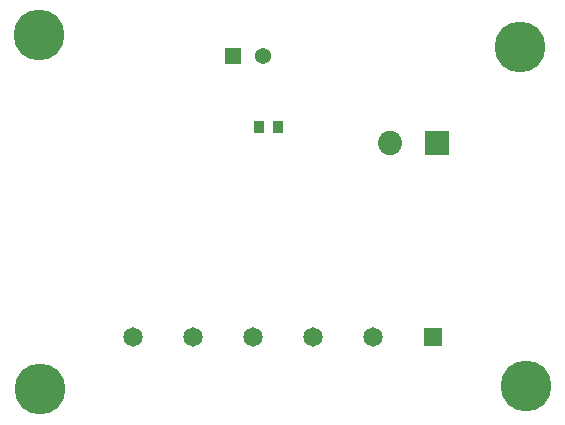
<source format=gbr>
%TF.GenerationSoftware,KiCad,Pcbnew,(6.0.9)*%
%TF.CreationDate,2022-12-05T21:09:52-07:00*%
%TF.ProjectId,Rotisserie-Chicken,526f7469-7373-4657-9269-652d43686963,rev?*%
%TF.SameCoordinates,Original*%
%TF.FileFunction,Soldermask,Top*%
%TF.FilePolarity,Negative*%
%FSLAX46Y46*%
G04 Gerber Fmt 4.6, Leading zero omitted, Abs format (unit mm)*
G04 Created by KiCad (PCBNEW (6.0.9)) date 2022-12-05 21:09:52*
%MOMM*%
%LPD*%
G01*
G04 APERTURE LIST*
%ADD10R,1.371600X1.371600*%
%ADD11C,1.371600*%
%ADD12R,0.940000X1.020000*%
%ADD13R,2.050000X2.050000*%
%ADD14C,2.050000*%
%ADD15R,1.650000X1.650000*%
%ADD16C,1.650000*%
%ADD17C,4.300000*%
G04 APERTURE END LIST*
D10*
%TO.C,D1*%
X97871000Y-69596000D03*
D11*
X100411000Y-69596000D03*
%TD*%
D12*
%TO.C,R1*%
X100048000Y-75565000D03*
X101628000Y-75565000D03*
%TD*%
D13*
%TO.C,P2*%
X115103500Y-76907500D03*
D14*
X111143500Y-76907500D03*
%TD*%
D15*
%TO.C,P1*%
X114808000Y-93336500D03*
D16*
X109728000Y-93336500D03*
X104648000Y-93336500D03*
X99568000Y-93336500D03*
X94488000Y-93336500D03*
X89408000Y-93336500D03*
%TD*%
D17*
%TO.C,H4*%
X122682000Y-97536000D03*
%TD*%
%TO.C,H3*%
X81407000Y-67818000D03*
%TD*%
%TO.C,H2*%
X122174000Y-68834000D03*
%TD*%
%TO.C,H1*%
X81534000Y-97790000D03*
%TD*%
M02*

</source>
